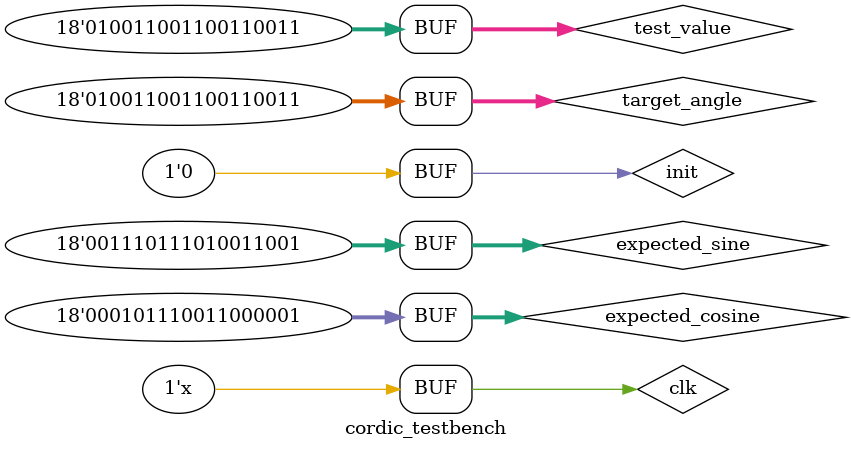
<source format=v>

module cordic_testbench;
// Inputs
reg signed [1:-16] target_angle;
reg init;
reg clk;

// Outputs
wire signed [1:-16] cosine;
wire signed [1:-16] sine;
wire done;

// Constans
reg [1:-16] test_value;
reg [1:-16] expected_sine;
reg [1:-16] expected_cosine ;

cordic cordic_module(cosine, sine, done, target_angle, init, clk);
initial
    begin
	test_value = 18'b010011001100110011;
	expected_sine = 18'b001110111010011001;
	expected_cosine = 18'b000101110011000001;
	init = 0;
	clk = 0;
	target_angle = test_value;
	#3;
	init = 1;
	#10;
	init = 0;
	#150;
	
	end

always
begin
	#5 clk = ~clk;
end

endmodule



</source>
